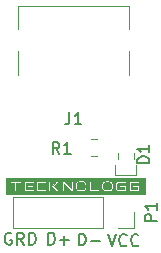
<source format=gbr>
G04 #@! TF.GenerationSoftware,KiCad,Pcbnew,(5.1.9)-1*
G04 #@! TF.CreationDate,2021-04-22T03:11:02+04:00*
G04 #@! TF.ProjectId,USB-C breakout,5553422d-4320-4627-9265-616b6f75742e,rev?*
G04 #@! TF.SameCoordinates,Original*
G04 #@! TF.FileFunction,Legend,Top*
G04 #@! TF.FilePolarity,Positive*
%FSLAX46Y46*%
G04 Gerber Fmt 4.6, Leading zero omitted, Abs format (unit mm)*
G04 Created by KiCad (PCBNEW (5.1.9)-1) date 2021-04-22 03:11:02*
%MOMM*%
%LPD*%
G01*
G04 APERTURE LIST*
%ADD10C,0.120000*%
%ADD11C,0.150000*%
%ADD12C,0.010000*%
G04 APERTURE END LIST*
D10*
X116649500Y-63373000D02*
X116649500Y-62484000D01*
X118364000Y-63373000D02*
X118364000Y-62484000D01*
X116649500Y-63373000D02*
X118364000Y-63373000D01*
D11*
X116014666Y-68349880D02*
X116348000Y-69349880D01*
X116681333Y-68349880D01*
X117586095Y-69254642D02*
X117538476Y-69302261D01*
X117395619Y-69349880D01*
X117300380Y-69349880D01*
X117157523Y-69302261D01*
X117062285Y-69207023D01*
X117014666Y-69111785D01*
X116967047Y-68921309D01*
X116967047Y-68778452D01*
X117014666Y-68587976D01*
X117062285Y-68492738D01*
X117157523Y-68397500D01*
X117300380Y-68349880D01*
X117395619Y-68349880D01*
X117538476Y-68397500D01*
X117586095Y-68445119D01*
X118586095Y-69254642D02*
X118538476Y-69302261D01*
X118395619Y-69349880D01*
X118300380Y-69349880D01*
X118157523Y-69302261D01*
X118062285Y-69207023D01*
X118014666Y-69111785D01*
X117967047Y-68921309D01*
X117967047Y-68778452D01*
X118014666Y-68587976D01*
X118062285Y-68492738D01*
X118157523Y-68397500D01*
X118300380Y-68349880D01*
X118395619Y-68349880D01*
X118538476Y-68397500D01*
X118586095Y-68445119D01*
X113546047Y-69286380D02*
X113546047Y-68286380D01*
X113784142Y-68286380D01*
X113927000Y-68334000D01*
X114022238Y-68429238D01*
X114069857Y-68524476D01*
X114117476Y-68714952D01*
X114117476Y-68857809D01*
X114069857Y-69048285D01*
X114022238Y-69143523D01*
X113927000Y-69238761D01*
X113784142Y-69286380D01*
X113546047Y-69286380D01*
X114546047Y-68905428D02*
X115307952Y-68905428D01*
X110942547Y-69222880D02*
X110942547Y-68222880D01*
X111180642Y-68222880D01*
X111323500Y-68270500D01*
X111418738Y-68365738D01*
X111466357Y-68460976D01*
X111513976Y-68651452D01*
X111513976Y-68794309D01*
X111466357Y-68984785D01*
X111418738Y-69080023D01*
X111323500Y-69175261D01*
X111180642Y-69222880D01*
X110942547Y-69222880D01*
X111942547Y-68841928D02*
X112704452Y-68841928D01*
X112323500Y-69222880D02*
X112323500Y-68460976D01*
X107846904Y-68270500D02*
X107751666Y-68222880D01*
X107608809Y-68222880D01*
X107465952Y-68270500D01*
X107370714Y-68365738D01*
X107323095Y-68460976D01*
X107275476Y-68651452D01*
X107275476Y-68794309D01*
X107323095Y-68984785D01*
X107370714Y-69080023D01*
X107465952Y-69175261D01*
X107608809Y-69222880D01*
X107704047Y-69222880D01*
X107846904Y-69175261D01*
X107894523Y-69127642D01*
X107894523Y-68794309D01*
X107704047Y-68794309D01*
X108894523Y-69222880D02*
X108561190Y-68746690D01*
X108323095Y-69222880D02*
X108323095Y-68222880D01*
X108704047Y-68222880D01*
X108799285Y-68270500D01*
X108846904Y-68318119D01*
X108894523Y-68413357D01*
X108894523Y-68556214D01*
X108846904Y-68651452D01*
X108799285Y-68699071D01*
X108704047Y-68746690D01*
X108323095Y-68746690D01*
X109323095Y-69222880D02*
X109323095Y-68222880D01*
X109561190Y-68222880D01*
X109704047Y-68270500D01*
X109799285Y-68365738D01*
X109846904Y-68460976D01*
X109894523Y-68651452D01*
X109894523Y-68794309D01*
X109846904Y-68984785D01*
X109799285Y-69080023D01*
X109704047Y-69175261D01*
X109561190Y-69222880D01*
X109323095Y-69222880D01*
D12*
G36*
X107680000Y-63570000D02*
G01*
X107410000Y-63570000D01*
X107370000Y-63600000D01*
X107370000Y-64880000D01*
X107390000Y-64930000D01*
X119110000Y-64930000D01*
X119130000Y-64880000D01*
X119130000Y-63590000D01*
X119090000Y-63570000D01*
X107710000Y-63570000D01*
X107730000Y-63820000D01*
X107800000Y-63820000D01*
X108610000Y-63820000D01*
X108630000Y-63870000D01*
X108900000Y-63890000D01*
X108930000Y-63830000D01*
X108990000Y-63820000D01*
X109670000Y-63820000D01*
X109720000Y-63830000D01*
X109720000Y-63960000D01*
X109670000Y-63980000D01*
X109060000Y-63980000D01*
X109060000Y-64040000D01*
X109060000Y-64450000D01*
X109140000Y-64350000D01*
X109130000Y-64300000D01*
X109130000Y-64230000D01*
X109150000Y-64180000D01*
X109620000Y-64180000D01*
X109650000Y-64220000D01*
X109650000Y-64290000D01*
X109620000Y-64350000D01*
X109140000Y-64350000D01*
X109060000Y-64450000D01*
X109060000Y-64520000D01*
X109110000Y-64560000D01*
X109180000Y-64560000D01*
X109720000Y-64560000D01*
X109920000Y-64520000D01*
X109910000Y-64450000D01*
X109910000Y-64050000D01*
X109920000Y-63980000D01*
X109950000Y-63920000D01*
X109990000Y-63870000D01*
X110050000Y-63830000D01*
X110110000Y-63820000D01*
X110190000Y-63820000D01*
X110730000Y-63820000D01*
X110750000Y-63860000D01*
X110750000Y-63930000D01*
X110730000Y-63980000D01*
X110180000Y-63980000D01*
X110120000Y-63990000D01*
X110080000Y-64040000D01*
X110080000Y-64450000D01*
X110090000Y-64510000D01*
X110130000Y-64560000D01*
X110200000Y-64560000D01*
X110740000Y-64560000D01*
X110750000Y-64620000D01*
X110750000Y-64690000D01*
X110960000Y-64720000D01*
X110960000Y-63840000D01*
X111010000Y-63820000D01*
X111080000Y-63820000D01*
X111130000Y-63830000D01*
X111250000Y-64180000D01*
X111310000Y-64180000D01*
X111360000Y-64140000D01*
X111650000Y-63850000D01*
X111700000Y-63820000D01*
X111910000Y-63820000D01*
X112130000Y-63850000D01*
X112170000Y-63800000D01*
X112230000Y-63790000D01*
X112290000Y-63830000D01*
X112850000Y-64420000D01*
X112870000Y-64400000D01*
X112870000Y-63860000D01*
X112880000Y-63800000D01*
X113010000Y-63800000D01*
X113040000Y-63850000D01*
X113040000Y-64590000D01*
X113240000Y-64490000D01*
X113220000Y-64430000D01*
X113210000Y-64360000D01*
X113210000Y-64160000D01*
X113220000Y-64090000D01*
X113240000Y-64020000D01*
X113270000Y-63960000D01*
X113300000Y-63910000D01*
X113350000Y-63860000D01*
X113410000Y-63830000D01*
X113480000Y-63800000D01*
X113540000Y-63790000D01*
X113610000Y-63790000D01*
X113810000Y-63790000D01*
X113880000Y-63790000D01*
X113950000Y-63810000D01*
X114010000Y-63840000D01*
X114070000Y-63870000D01*
X114110000Y-63920000D01*
X114150000Y-63980000D01*
X114180000Y-64040000D01*
X114190000Y-64100000D01*
X114190000Y-64170000D01*
X114190000Y-64310000D01*
X114190000Y-64400000D01*
X114180000Y-64470000D01*
X114150000Y-64530000D01*
X114430000Y-64650000D01*
X114430000Y-63840000D01*
X114470000Y-63820000D01*
X114540000Y-63820000D01*
X114590000Y-63830000D01*
X114590000Y-64500000D01*
X114610000Y-64560000D01*
X115210000Y-64560000D01*
X115260000Y-64580000D01*
X115480000Y-64530000D01*
X115460000Y-64460000D01*
X115440000Y-64400000D01*
X115440000Y-64330000D01*
X115440000Y-64190000D01*
X115440000Y-64130000D01*
X115450000Y-64060000D01*
X115480000Y-64000000D01*
X115510000Y-63940000D01*
X115550000Y-63890000D01*
X115610000Y-63850000D01*
X115670000Y-63820000D01*
X115730000Y-63800000D01*
X115800000Y-63790000D01*
X116070000Y-63790000D01*
X116140000Y-63800000D01*
X116200000Y-63820000D01*
X116260000Y-63850000D01*
X116320000Y-63890000D01*
X116360000Y-63940000D01*
X116390000Y-64000000D01*
X116410000Y-64070000D01*
X116420000Y-64130000D01*
X116640000Y-64080000D01*
X116640000Y-64020000D01*
X116660000Y-63950000D01*
X116700000Y-63890000D01*
X116750000Y-63850000D01*
X116810000Y-63820000D01*
X116880000Y-63820000D01*
X117490000Y-63820000D01*
X117550000Y-63820000D01*
X117550000Y-63960000D01*
X117500000Y-63980000D01*
X116890000Y-63980000D01*
X116830000Y-63990000D01*
X116810000Y-64060000D01*
X116810000Y-64460000D01*
X116820000Y-64530000D01*
X116870000Y-64560000D01*
X117350000Y-64560000D01*
X117390000Y-64530000D01*
X117390000Y-64390000D01*
X117360000Y-64350000D01*
X116950000Y-64350000D01*
X116950000Y-64220000D01*
X116980000Y-64180000D01*
X117460000Y-64180000D01*
X117520000Y-64200000D01*
X117550000Y-64260000D01*
X117550000Y-64600000D01*
X117770000Y-64570000D01*
X117760000Y-64500000D01*
X117760000Y-64030000D01*
X117780000Y-63960000D01*
X117810000Y-63900000D01*
X117850000Y-63850000D01*
X117920000Y-63830000D01*
X117980000Y-63820000D01*
X118660000Y-63820000D01*
X118670000Y-63880000D01*
X118670000Y-63950000D01*
X118630000Y-63980000D01*
X118020000Y-63980000D01*
X117950000Y-63990000D01*
X117930000Y-64050000D01*
X117930000Y-64450000D01*
X117930000Y-64520000D01*
X117980000Y-64560000D01*
X118460000Y-64560000D01*
X118500000Y-64540000D01*
X118500000Y-64410000D01*
X118490000Y-64350000D01*
X118080000Y-64350000D01*
X118070000Y-64300000D01*
X118070000Y-64230000D01*
X118090000Y-64180000D01*
X118560000Y-64180000D01*
X118630000Y-64190000D01*
X118670000Y-64250000D01*
X118670000Y-64310000D01*
X118670000Y-64590000D01*
X118670000Y-64640000D01*
X118650000Y-64700000D01*
X118580000Y-64720000D01*
X117970000Y-64720000D01*
X117910000Y-64710000D01*
X117850000Y-64680000D01*
X117800000Y-64630000D01*
X117770000Y-64570000D01*
X117550000Y-64600000D01*
X117550000Y-64650000D01*
X117520000Y-64710000D01*
X117450000Y-64720000D01*
X116910000Y-64720000D01*
X116840000Y-64720000D01*
X116780000Y-64700000D01*
X116720000Y-64670000D01*
X116680000Y-64620000D01*
X116650000Y-64560000D01*
X116640000Y-64490000D01*
X116640000Y-64090000D01*
X116420000Y-64140000D01*
X116420000Y-64340000D01*
X116420000Y-64370000D01*
X116410000Y-64430000D01*
X116400000Y-64500000D01*
X116370000Y-64560000D01*
X116320000Y-64610000D01*
X116270000Y-64660000D01*
X116210000Y-64690000D01*
X116150000Y-64710000D01*
X116080000Y-64720000D01*
X116020000Y-64720000D01*
X115810000Y-64720000D01*
X115740000Y-64720000D01*
X115680000Y-64700000D01*
X115620000Y-64670000D01*
X115560000Y-64630000D01*
X115520000Y-64590000D01*
X115480000Y-64530000D01*
X115270000Y-64580000D01*
X115270000Y-64710000D01*
X115200000Y-64720000D01*
X114520000Y-64720000D01*
X114460000Y-64710000D01*
X114430000Y-64650000D01*
X114150000Y-64530000D01*
X114120000Y-64590000D01*
X114070000Y-64640000D01*
X114010000Y-64680000D01*
X113950000Y-64700000D01*
X113890000Y-64720000D01*
X113820000Y-64720000D01*
X113610000Y-64720000D01*
X113550000Y-64720000D01*
X113480000Y-64710000D01*
X113420000Y-64690000D01*
X113360000Y-64650000D01*
X113310000Y-64610000D01*
X113270000Y-64560000D01*
X113240000Y-64490000D01*
X113040000Y-64590000D01*
X113030000Y-64670000D01*
X112980000Y-64720000D01*
X112910000Y-64720000D01*
X112870000Y-64670000D01*
X112300000Y-64080000D01*
X112290000Y-64120000D01*
X112290000Y-64660000D01*
X112280000Y-64710000D01*
X112140000Y-64710000D01*
X112120000Y-64660000D01*
X112120000Y-63920000D01*
X112120000Y-63850000D01*
X111910000Y-63820000D01*
X111880000Y-63860000D01*
X111490000Y-64230000D01*
X111460000Y-64280000D01*
X111900000Y-64710000D01*
X111900000Y-64720000D01*
X111700000Y-64720000D01*
X111650000Y-64690000D01*
X111360000Y-64400000D01*
X111310000Y-64350000D01*
X111240000Y-64350000D01*
X111190000Y-64330000D01*
X111190000Y-64200000D01*
X111250000Y-64180000D01*
X111130000Y-63830000D01*
X111130000Y-64710000D01*
X111090000Y-64720000D01*
X111020000Y-64720000D01*
X110970000Y-64720000D01*
X110750000Y-64690000D01*
X110690000Y-64720000D01*
X110150000Y-64720000D01*
X110080000Y-64710000D01*
X110020000Y-64690000D01*
X109970000Y-64650000D01*
X109940000Y-64590000D01*
X109920000Y-64520000D01*
X109720000Y-64560000D01*
X109720000Y-64630000D01*
X109720000Y-64690000D01*
X109720000Y-64720000D01*
X109110000Y-64720000D01*
X109040000Y-64710000D01*
X108980000Y-64680000D01*
X108940000Y-64630000D01*
X108910000Y-64570000D01*
X108900000Y-64500000D01*
X108900000Y-63890000D01*
X108630000Y-63870000D01*
X108630000Y-63930000D01*
X108590000Y-63980000D01*
X108320000Y-63980000D01*
X108260000Y-63990000D01*
X108260000Y-64670000D01*
X108250000Y-64720000D01*
X108120000Y-64720000D01*
X108100000Y-64670000D01*
X108100000Y-64000000D01*
X108050000Y-63980000D01*
X107780000Y-63980000D01*
X107730000Y-63960000D01*
X107730000Y-63820000D01*
X107700000Y-63570000D01*
X107680000Y-63570000D01*
G37*
X107680000Y-63570000D02*
X107410000Y-63570000D01*
X107370000Y-63600000D01*
X107370000Y-64880000D01*
X107390000Y-64930000D01*
X119110000Y-64930000D01*
X119130000Y-64880000D01*
X119130000Y-63590000D01*
X119090000Y-63570000D01*
X107710000Y-63570000D01*
X107730000Y-63820000D01*
X107800000Y-63820000D01*
X108610000Y-63820000D01*
X108630000Y-63870000D01*
X108900000Y-63890000D01*
X108930000Y-63830000D01*
X108990000Y-63820000D01*
X109670000Y-63820000D01*
X109720000Y-63830000D01*
X109720000Y-63960000D01*
X109670000Y-63980000D01*
X109060000Y-63980000D01*
X109060000Y-64040000D01*
X109060000Y-64450000D01*
X109140000Y-64350000D01*
X109130000Y-64300000D01*
X109130000Y-64230000D01*
X109150000Y-64180000D01*
X109620000Y-64180000D01*
X109650000Y-64220000D01*
X109650000Y-64290000D01*
X109620000Y-64350000D01*
X109140000Y-64350000D01*
X109060000Y-64450000D01*
X109060000Y-64520000D01*
X109110000Y-64560000D01*
X109180000Y-64560000D01*
X109720000Y-64560000D01*
X109920000Y-64520000D01*
X109910000Y-64450000D01*
X109910000Y-64050000D01*
X109920000Y-63980000D01*
X109950000Y-63920000D01*
X109990000Y-63870000D01*
X110050000Y-63830000D01*
X110110000Y-63820000D01*
X110190000Y-63820000D01*
X110730000Y-63820000D01*
X110750000Y-63860000D01*
X110750000Y-63930000D01*
X110730000Y-63980000D01*
X110180000Y-63980000D01*
X110120000Y-63990000D01*
X110080000Y-64040000D01*
X110080000Y-64450000D01*
X110090000Y-64510000D01*
X110130000Y-64560000D01*
X110200000Y-64560000D01*
X110740000Y-64560000D01*
X110750000Y-64620000D01*
X110750000Y-64690000D01*
X110960000Y-64720000D01*
X110960000Y-63840000D01*
X111010000Y-63820000D01*
X111080000Y-63820000D01*
X111130000Y-63830000D01*
X111250000Y-64180000D01*
X111310000Y-64180000D01*
X111360000Y-64140000D01*
X111650000Y-63850000D01*
X111700000Y-63820000D01*
X111910000Y-63820000D01*
X112130000Y-63850000D01*
X112170000Y-63800000D01*
X112230000Y-63790000D01*
X112290000Y-63830000D01*
X112850000Y-64420000D01*
X112870000Y-64400000D01*
X112870000Y-63860000D01*
X112880000Y-63800000D01*
X113010000Y-63800000D01*
X113040000Y-63850000D01*
X113040000Y-64590000D01*
X113240000Y-64490000D01*
X113220000Y-64430000D01*
X113210000Y-64360000D01*
X113210000Y-64160000D01*
X113220000Y-64090000D01*
X113240000Y-64020000D01*
X113270000Y-63960000D01*
X113300000Y-63910000D01*
X113350000Y-63860000D01*
X113410000Y-63830000D01*
X113480000Y-63800000D01*
X113540000Y-63790000D01*
X113610000Y-63790000D01*
X113810000Y-63790000D01*
X113880000Y-63790000D01*
X113950000Y-63810000D01*
X114010000Y-63840000D01*
X114070000Y-63870000D01*
X114110000Y-63920000D01*
X114150000Y-63980000D01*
X114180000Y-64040000D01*
X114190000Y-64100000D01*
X114190000Y-64170000D01*
X114190000Y-64310000D01*
X114190000Y-64400000D01*
X114180000Y-64470000D01*
X114150000Y-64530000D01*
X114430000Y-64650000D01*
X114430000Y-63840000D01*
X114470000Y-63820000D01*
X114540000Y-63820000D01*
X114590000Y-63830000D01*
X114590000Y-64500000D01*
X114610000Y-64560000D01*
X115210000Y-64560000D01*
X115260000Y-64580000D01*
X115480000Y-64530000D01*
X115460000Y-64460000D01*
X115440000Y-64400000D01*
X115440000Y-64330000D01*
X115440000Y-64190000D01*
X115440000Y-64130000D01*
X115450000Y-64060000D01*
X115480000Y-64000000D01*
X115510000Y-63940000D01*
X115550000Y-63890000D01*
X115610000Y-63850000D01*
X115670000Y-63820000D01*
X115730000Y-63800000D01*
X115800000Y-63790000D01*
X116070000Y-63790000D01*
X116140000Y-63800000D01*
X116200000Y-63820000D01*
X116260000Y-63850000D01*
X116320000Y-63890000D01*
X116360000Y-63940000D01*
X116390000Y-64000000D01*
X116410000Y-64070000D01*
X116420000Y-64130000D01*
X116640000Y-64080000D01*
X116640000Y-64020000D01*
X116660000Y-63950000D01*
X116700000Y-63890000D01*
X116750000Y-63850000D01*
X116810000Y-63820000D01*
X116880000Y-63820000D01*
X117490000Y-63820000D01*
X117550000Y-63820000D01*
X117550000Y-63960000D01*
X117500000Y-63980000D01*
X116890000Y-63980000D01*
X116830000Y-63990000D01*
X116810000Y-64060000D01*
X116810000Y-64460000D01*
X116820000Y-64530000D01*
X116870000Y-64560000D01*
X117350000Y-64560000D01*
X117390000Y-64530000D01*
X117390000Y-64390000D01*
X117360000Y-64350000D01*
X116950000Y-64350000D01*
X116950000Y-64220000D01*
X116980000Y-64180000D01*
X117460000Y-64180000D01*
X117520000Y-64200000D01*
X117550000Y-64260000D01*
X117550000Y-64600000D01*
X117770000Y-64570000D01*
X117760000Y-64500000D01*
X117760000Y-64030000D01*
X117780000Y-63960000D01*
X117810000Y-63900000D01*
X117850000Y-63850000D01*
X117920000Y-63830000D01*
X117980000Y-63820000D01*
X118660000Y-63820000D01*
X118670000Y-63880000D01*
X118670000Y-63950000D01*
X118630000Y-63980000D01*
X118020000Y-63980000D01*
X117950000Y-63990000D01*
X117930000Y-64050000D01*
X117930000Y-64450000D01*
X117930000Y-64520000D01*
X117980000Y-64560000D01*
X118460000Y-64560000D01*
X118500000Y-64540000D01*
X118500000Y-64410000D01*
X118490000Y-64350000D01*
X118080000Y-64350000D01*
X118070000Y-64300000D01*
X118070000Y-64230000D01*
X118090000Y-64180000D01*
X118560000Y-64180000D01*
X118630000Y-64190000D01*
X118670000Y-64250000D01*
X118670000Y-64310000D01*
X118670000Y-64590000D01*
X118670000Y-64640000D01*
X118650000Y-64700000D01*
X118580000Y-64720000D01*
X117970000Y-64720000D01*
X117910000Y-64710000D01*
X117850000Y-64680000D01*
X117800000Y-64630000D01*
X117770000Y-64570000D01*
X117550000Y-64600000D01*
X117550000Y-64650000D01*
X117520000Y-64710000D01*
X117450000Y-64720000D01*
X116910000Y-64720000D01*
X116840000Y-64720000D01*
X116780000Y-64700000D01*
X116720000Y-64670000D01*
X116680000Y-64620000D01*
X116650000Y-64560000D01*
X116640000Y-64490000D01*
X116640000Y-64090000D01*
X116420000Y-64140000D01*
X116420000Y-64340000D01*
X116420000Y-64370000D01*
X116410000Y-64430000D01*
X116400000Y-64500000D01*
X116370000Y-64560000D01*
X116320000Y-64610000D01*
X116270000Y-64660000D01*
X116210000Y-64690000D01*
X116150000Y-64710000D01*
X116080000Y-64720000D01*
X116020000Y-64720000D01*
X115810000Y-64720000D01*
X115740000Y-64720000D01*
X115680000Y-64700000D01*
X115620000Y-64670000D01*
X115560000Y-64630000D01*
X115520000Y-64590000D01*
X115480000Y-64530000D01*
X115270000Y-64580000D01*
X115270000Y-64710000D01*
X115200000Y-64720000D01*
X114520000Y-64720000D01*
X114460000Y-64710000D01*
X114430000Y-64650000D01*
X114150000Y-64530000D01*
X114120000Y-64590000D01*
X114070000Y-64640000D01*
X114010000Y-64680000D01*
X113950000Y-64700000D01*
X113890000Y-64720000D01*
X113820000Y-64720000D01*
X113610000Y-64720000D01*
X113550000Y-64720000D01*
X113480000Y-64710000D01*
X113420000Y-64690000D01*
X113360000Y-64650000D01*
X113310000Y-64610000D01*
X113270000Y-64560000D01*
X113240000Y-64490000D01*
X113040000Y-64590000D01*
X113030000Y-64670000D01*
X112980000Y-64720000D01*
X112910000Y-64720000D01*
X112870000Y-64670000D01*
X112300000Y-64080000D01*
X112290000Y-64120000D01*
X112290000Y-64660000D01*
X112280000Y-64710000D01*
X112140000Y-64710000D01*
X112120000Y-64660000D01*
X112120000Y-63920000D01*
X112120000Y-63850000D01*
X111910000Y-63820000D01*
X111880000Y-63860000D01*
X111490000Y-64230000D01*
X111460000Y-64280000D01*
X111900000Y-64710000D01*
X111900000Y-64720000D01*
X111700000Y-64720000D01*
X111650000Y-64690000D01*
X111360000Y-64400000D01*
X111310000Y-64350000D01*
X111240000Y-64350000D01*
X111190000Y-64330000D01*
X111190000Y-64200000D01*
X111250000Y-64180000D01*
X111130000Y-63830000D01*
X111130000Y-64710000D01*
X111090000Y-64720000D01*
X111020000Y-64720000D01*
X110970000Y-64720000D01*
X110750000Y-64690000D01*
X110690000Y-64720000D01*
X110150000Y-64720000D01*
X110080000Y-64710000D01*
X110020000Y-64690000D01*
X109970000Y-64650000D01*
X109940000Y-64590000D01*
X109920000Y-64520000D01*
X109720000Y-64560000D01*
X109720000Y-64630000D01*
X109720000Y-64690000D01*
X109720000Y-64720000D01*
X109110000Y-64720000D01*
X109040000Y-64710000D01*
X108980000Y-64680000D01*
X108940000Y-64630000D01*
X108910000Y-64570000D01*
X108900000Y-64500000D01*
X108900000Y-63890000D01*
X108630000Y-63870000D01*
X108630000Y-63930000D01*
X108590000Y-63980000D01*
X108320000Y-63980000D01*
X108260000Y-63990000D01*
X108260000Y-64670000D01*
X108250000Y-64720000D01*
X108120000Y-64720000D01*
X108100000Y-64670000D01*
X108100000Y-64000000D01*
X108050000Y-63980000D01*
X107780000Y-63980000D01*
X107730000Y-63960000D01*
X107730000Y-63820000D01*
X107700000Y-63570000D01*
X107680000Y-63570000D01*
G36*
X114030000Y-64140000D02*
G01*
X114010000Y-64070000D01*
X113970000Y-64020000D01*
X113920000Y-63980000D01*
X113860000Y-63960000D01*
X113790000Y-63950000D01*
X113580000Y-63950000D01*
X113520000Y-63960000D01*
X113460000Y-63990000D01*
X113410000Y-64040000D01*
X113380000Y-64100000D01*
X113380000Y-64170000D01*
X113380000Y-64310000D01*
X113380000Y-64380000D01*
X113400000Y-64440000D01*
X113430000Y-64500000D01*
X113490000Y-64530000D01*
X113550000Y-64550000D01*
X113620000Y-64550000D01*
X113820000Y-64550000D01*
X113890000Y-64550000D01*
X113950000Y-64520000D01*
X114000000Y-64470000D01*
X114020000Y-64410000D01*
X114030000Y-64340000D01*
X114030000Y-64200000D01*
X114030000Y-64140000D01*
G37*
X114030000Y-64140000D02*
X114010000Y-64070000D01*
X113970000Y-64020000D01*
X113920000Y-63980000D01*
X113860000Y-63960000D01*
X113790000Y-63950000D01*
X113580000Y-63950000D01*
X113520000Y-63960000D01*
X113460000Y-63990000D01*
X113410000Y-64040000D01*
X113380000Y-64100000D01*
X113380000Y-64170000D01*
X113380000Y-64310000D01*
X113380000Y-64380000D01*
X113400000Y-64440000D01*
X113430000Y-64500000D01*
X113490000Y-64530000D01*
X113550000Y-64550000D01*
X113620000Y-64550000D01*
X113820000Y-64550000D01*
X113890000Y-64550000D01*
X113950000Y-64520000D01*
X114000000Y-64470000D01*
X114020000Y-64410000D01*
X114030000Y-64340000D01*
X114030000Y-64200000D01*
X114030000Y-64140000D01*
G36*
X116250000Y-64110000D02*
G01*
X116220000Y-64040000D01*
X116180000Y-64000000D01*
X116120000Y-63960000D01*
X116050000Y-63950000D01*
X115850000Y-63950000D01*
X115780000Y-63950000D01*
X115720000Y-63980000D01*
X115660000Y-64010000D01*
X115630000Y-64070000D01*
X115610000Y-64130000D01*
X115600000Y-64200000D01*
X115600000Y-64340000D01*
X115610000Y-64410000D01*
X115640000Y-64470000D01*
X115680000Y-64520000D01*
X115740000Y-64540000D01*
X115810000Y-64550000D01*
X116010000Y-64550000D01*
X116080000Y-64550000D01*
X116150000Y-64540000D01*
X116200000Y-64500000D01*
X116240000Y-64440000D01*
X116260000Y-64380000D01*
X116260000Y-64310000D01*
X116260000Y-64170000D01*
X116250000Y-64110000D01*
G37*
X116250000Y-64110000D02*
X116220000Y-64040000D01*
X116180000Y-64000000D01*
X116120000Y-63960000D01*
X116050000Y-63950000D01*
X115850000Y-63950000D01*
X115780000Y-63950000D01*
X115720000Y-63980000D01*
X115660000Y-64010000D01*
X115630000Y-64070000D01*
X115610000Y-64130000D01*
X115600000Y-64200000D01*
X115600000Y-64340000D01*
X115610000Y-64410000D01*
X115640000Y-64470000D01*
X115680000Y-64520000D01*
X115740000Y-64540000D01*
X115810000Y-64550000D01*
X116010000Y-64550000D01*
X116080000Y-64550000D01*
X116150000Y-64540000D01*
X116200000Y-64500000D01*
X116240000Y-64440000D01*
X116260000Y-64380000D01*
X116260000Y-64310000D01*
X116260000Y-64170000D01*
X116250000Y-64110000D01*
D10*
X118233500Y-66484500D02*
X118233500Y-67814500D01*
X118233500Y-67814500D02*
X116903500Y-67814500D01*
X115633500Y-67814500D02*
X107953500Y-67814500D01*
X107953500Y-65154500D02*
X107953500Y-67814500D01*
X115633500Y-65154500D02*
X107953500Y-65154500D01*
X115633500Y-65154500D02*
X115633500Y-67814500D01*
X116828500Y-61995578D02*
X116828500Y-61478422D01*
X118248500Y-61995578D02*
X118248500Y-61478422D01*
X115066578Y-61733500D02*
X114549422Y-61733500D01*
X115066578Y-60313500D02*
X114549422Y-60313500D01*
X117791500Y-50940500D02*
X117791500Y-49040500D01*
X117791500Y-54840500D02*
X117791500Y-52840500D01*
X108391500Y-50940500D02*
X108391500Y-49040500D01*
X108391500Y-54840500D02*
X108391500Y-52840500D01*
X117791500Y-49040500D02*
X108391500Y-49040500D01*
D11*
X120125880Y-67222595D02*
X119125880Y-67222595D01*
X119125880Y-66841642D01*
X119173500Y-66746404D01*
X119221119Y-66698785D01*
X119316357Y-66651166D01*
X119459214Y-66651166D01*
X119554452Y-66698785D01*
X119602071Y-66746404D01*
X119649690Y-66841642D01*
X119649690Y-67222595D01*
X120125880Y-65698785D02*
X120125880Y-66270214D01*
X120125880Y-65984500D02*
X119125880Y-65984500D01*
X119268738Y-66079738D01*
X119363976Y-66174976D01*
X119411595Y-66270214D01*
X119514880Y-62333095D02*
X118514880Y-62333095D01*
X118514880Y-62095000D01*
X118562500Y-61952142D01*
X118657738Y-61856904D01*
X118752976Y-61809285D01*
X118943452Y-61761666D01*
X119086309Y-61761666D01*
X119276785Y-61809285D01*
X119372023Y-61856904D01*
X119467261Y-61952142D01*
X119514880Y-62095000D01*
X119514880Y-62333095D01*
X119514880Y-60809285D02*
X119514880Y-61380714D01*
X119514880Y-61095000D02*
X118514880Y-61095000D01*
X118657738Y-61190238D01*
X118752976Y-61285476D01*
X118800595Y-61380714D01*
X111910833Y-61539380D02*
X111577500Y-61063190D01*
X111339404Y-61539380D02*
X111339404Y-60539380D01*
X111720357Y-60539380D01*
X111815595Y-60587000D01*
X111863214Y-60634619D01*
X111910833Y-60729857D01*
X111910833Y-60872714D01*
X111863214Y-60967952D01*
X111815595Y-61015571D01*
X111720357Y-61063190D01*
X111339404Y-61063190D01*
X112863214Y-61539380D02*
X112291785Y-61539380D01*
X112577500Y-61539380D02*
X112577500Y-60539380D01*
X112482261Y-60682238D01*
X112387023Y-60777476D01*
X112291785Y-60825095D01*
X112758166Y-58037880D02*
X112758166Y-58752166D01*
X112710547Y-58895023D01*
X112615309Y-58990261D01*
X112472452Y-59037880D01*
X112377214Y-59037880D01*
X113758166Y-59037880D02*
X113186738Y-59037880D01*
X113472452Y-59037880D02*
X113472452Y-58037880D01*
X113377214Y-58180738D01*
X113281976Y-58275976D01*
X113186738Y-58323595D01*
M02*

</source>
